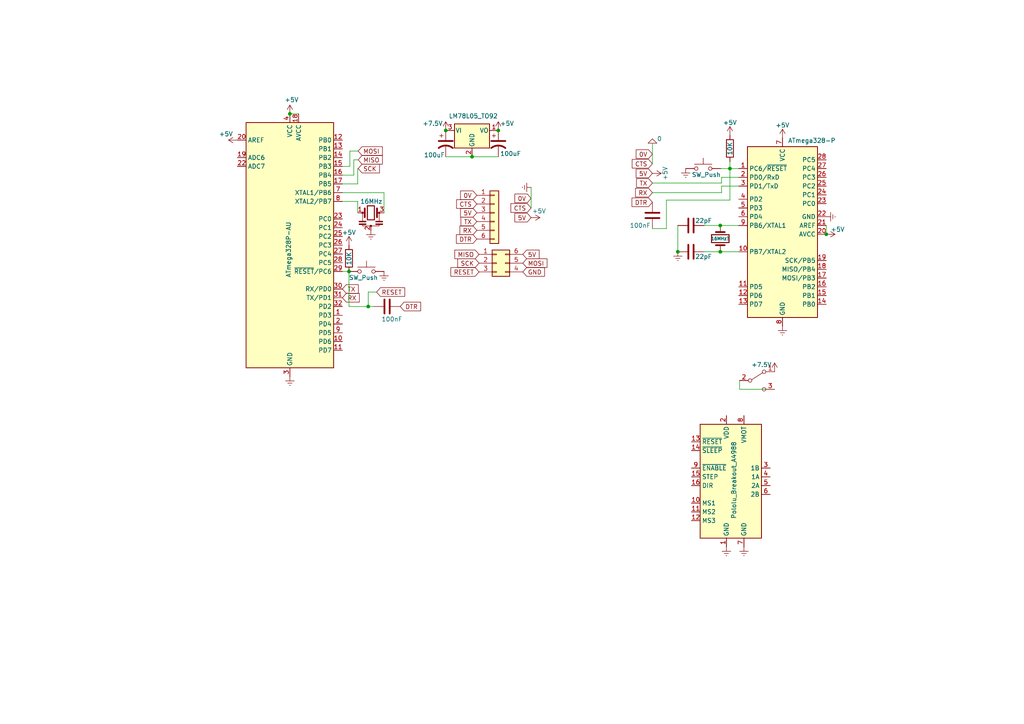
<source format=kicad_sch>
(kicad_sch (version 20211123) (generator eeschema)
  (paper "A4")
  (title_block (title "ATMEGA") (date "2023-02-10") (company "Tonikiller10000"))
  (lib_symbols
    (symbol "Connector_Generic:Conn_02x03_Counter_Clockwise" (pin_names (offset 1.016) hide)
      (property "Reference" "J" (at 1.27 5.08 0))
      (property "Value" "Conn_02x03_Counter_Clockwise" (at 1.27 -5.08 0))
      (symbol "Conn_02x03_Counter_Clockwise_1_1"
        (rectangle (start -1.27 -2.413) (end 0 -2.667) (stroke (width 0.1524)))
        (rectangle (start -1.27 0.127) (end 0 -0.127) (stroke (width 0.1524)))
        (rectangle (start -1.27 2.667) (end 0 2.413) (stroke (width 0.1524)))
        (rectangle (start -1.27 3.81) (end 3.81 -3.81) (stroke (width 0.254)) (fill (type background)))
        (rectangle (start 3.81 -2.413) (end 2.54 -2.667) (stroke (width 0.1524)))
        (rectangle (start 3.81 0.127) (end 2.54 -0.127) (stroke (width 0.1524)))
        (rectangle (start 3.81 2.667) (end 2.54 2.413) (stroke (width 0.1524)))
        (pin passive line (at -5.08 2.54 0) (length 3.81) (name "Pin_1") (number "1"))
        (pin passive line (at -5.08 0 0) (length 3.81) (name "Pin_2") (number "2"))
        (pin passive line (at -5.08 -2.54 0) (length 3.81) (name "Pin_3") (number "3"))
        (pin passive line (at 7.62 -2.54 180) (length 3.81) (name "Pin_4") (number "4"))
        (pin passive line (at 7.62 0 180) (length 3.81) (name "Pin_5") (number "5"))
        (pin passive line (at 7.62 2.54 180) (length 3.81) (name "Pin_6") (number "6"))
      )
    )
    (symbol "Connector_Generic_MountingPin:Conn_01x06_MountingPin" (pin_names (offset 1.016) hide)
      (symbol "Conn_01x06_MountingPin_1_1"
        (rectangle (start -1.27 -7.493) (end 0 -7.747) (stroke (width 0.1524)))
        (rectangle (start -1.27 -4.953) (end 0 -5.207) (stroke (width 0.1524)))
        (rectangle (start -1.27 -2.413) (end 0 -2.667) (stroke (width 0.1524)))
        (rectangle (start -1.27 0.127) (end 0 -0.127) (stroke (width 0.1524)))
        (rectangle (start -1.27 2.667) (end 0 2.413) (stroke (width 0.1524)))
        (rectangle (start -1.27 5.207) (end 0 4.953) (stroke (width 0.1524)))
        (rectangle (start -1.27 6.35) (end 1.27 -8.89) (stroke (width 0.254)) (fill (type background)))
        (pin passive line (at -5.08 5.08 0) (length 3.81) (name "Pin_1") (number "1"))
        (pin passive line (at -5.08 2.54 0) (length 3.81) (name "Pin_2") (number "2"))
        (pin passive line (at -5.08 0 0) (length 3.81) (name "Pin_3") (number "3"))
        (pin passive line (at -5.08 -2.54 0) (length 3.81) (name "Pin_4") (number "4"))
        (pin passive line (at -5.08 -5.08 0) (length 3.81) (name "Pin_5") (number "5"))
        (pin passive line (at -5.08 -7.62 0) (length 3.81) (name "Pin_6") (number "6"))
      )
    )
    (symbol "Device:C" (pin_numbers hide) (pin_names (offset 0.254))
      (property "Reference" "C" (at 0.635 2.54 0))
      (property "Value" "C" (at 0.635 -2.54 0))
      (symbol "C_0_1"
        (polyline (pts (xy -2.032 -0.762) (xy 2.032 -0.762)) (stroke (width 0.508)))
        (polyline (pts (xy -2.032 0.762) (xy 2.032 0.762)) (stroke (width 0.508)))
      )
      (symbol "C_1_1"
        (pin passive line (at 0 3.81 270) (length 2.794) (name "~") (number "1"))
        (pin passive line (at 0 -3.81 90) (length 2.794) (name "~") (number "2"))
      )
    )
    (symbol "Device:C_Polarized_US" (pin_numbers hide) (pin_names (offset 0.254) hide)
      (property "Reference" "C" (at 0.635 2.54 0))
      (property "Value" "C_Polarized_US" (at 0.635 -2.54 0))
      (symbol "C_Polarized_US_0_1"
        (polyline (pts (xy -2.032 0.762) (xy 2.032 0.762)) (stroke (width 0.508)))
        (polyline (pts (xy -1.778 2.286) (xy -0.762 2.286)))
        (polyline (pts (xy -1.27 1.778) (xy -1.27 2.794)))
        (arc (start 2.032 -1.27) (mid 0 -0.5572) (end -2.032 -1.27) (stroke (width 0.508)))
      )
      (symbol "C_Polarized_US_1_1"
        (pin passive line (at 0 3.81 270) (length 2.794) (name "~") (number "1"))
        (pin passive line (at 0 -3.81 90) (length 3.302) (name "~") (number "2"))
      )
    )
    (symbol "Device:Crystal" (pin_numbers hide) (pin_names (offset 1.016) hide)
      (property "Reference" "Y" (at 0 3.81 0))
      (property "Value" "Crystal" (at 0 -3.81 0))
      (symbol "Crystal_0_1"
        (rectangle (start -1.143 2.54) (end 1.143 -2.54) (stroke (width 0.3048)))
        (polyline (pts (xy -2.54 0) (xy -1.905 0)))
        (polyline (pts (xy -1.905 -1.27) (xy -1.905 1.27)) (stroke (width 0.508)))
        (polyline (pts (xy 1.905 -1.27) (xy 1.905 1.27)) (stroke (width 0.508)))
        (polyline (pts (xy 2.54 0) (xy 1.905 0)))
      )
      (symbol "Crystal_1_1"
        (pin passive line (at -3.81 0 0) (length 1.27) (name "1") (number "1"))
        (pin passive line (at 3.81 0 180) (length 1.27) (name "2") (number "2"))
      )
    )
    (symbol "Device:R" (pin_numbers hide) (pin_names (offset 0))
      (property "Reference" "R" (at 2.032 0 90))
      (property "Value" "R" (at 0 0 90))
      (symbol "R_0_1"
        (rectangle (start -1.016 -2.54) (end 1.016 2.54) (stroke (width 0.254)))
      )
      (symbol "R_1_1"
        (pin passive line (at 0 3.81 270) (length 1.27) (name "~") (number "1"))
        (pin passive line (at 0 -3.81 90) (length 1.27) (name "~") (number "2"))
      )
    )
    (symbol "Device:Resonator" (pin_names (offset 1.016) hide)
      (property "Reference" "Y" (at 0 5.715 0))
      (property "Value" "Resonator" (at 0 3.81 0))
      (symbol "Resonator_0_1"
        (rectangle (start -3.429 -3.175) (end -1.397 -3.429) (fill (type outline)))
        (rectangle (start -3.429 -2.413) (end -1.397 -2.667) (fill (type outline)))
        (circle (center -2.413 0) (radius 0.254) (fill (type outline)))
        (rectangle (start -1.016 2.032) (end 1.016 -2.032) (stroke (width 0.3048)))
        (circle (center 0 -3.81) (radius 0.254) (fill (type outline)))
        (polyline (pts (xy -2.413 -2.413) (xy -2.413 0)))
        (polyline (pts (xy -1.905 0) (xy -3.175 0)))
        (polyline (pts (xy -1.778 -1.27) (xy -1.778 1.27)) (stroke (width 0.508)))
        (polyline (pts (xy 1.778 -1.27) (xy 1.778 1.27)) (stroke (width 0.508)))
        (polyline (pts (xy 1.905 0) (xy 2.54 0)))
        (polyline (pts (xy 2.413 0) (xy 2.413 -2.54)))
        (polyline (pts (xy 2.413 -3.302) (xy 2.413 -3.81) (xy -2.413 -3.81) (xy -2.413 -3.302)))
        (rectangle (start 1.397 -3.175) (end 3.429 -3.429) (fill (type outline)))
        (rectangle (start 1.397 -2.413) (end 3.429 -2.667) (fill (type outline)))
        (circle (center 2.413 0) (radius 0.254) (fill (type outline)))
      )
      (symbol "Resonator_1_1"
        (pin passive line (at -3.81 0 0) (length 1.27) (name "1") (number "1"))
        (pin passive line (at 0 -5.08 90) (length 1.27) (name "2") (number "2"))
        (pin passive line (at 3.81 0 180) (length 1.27) (name "3") (number "3"))
      )
    )
    (symbol "Driver_Motor:Pololu_Breakout_A4988"
      (property "Reference" "A" (at -2.54 19.05 0))
      (property "Value" "Pololu_Breakout_A4988" (at -2.54 16.51 0))
      (symbol "Pololu_Breakout_A4988_0_1"
        (rectangle (start 10.16 -17.78) (end -7.62 15.24) (stroke (width 0.254)) (fill (type background)))
      )
      (symbol "Pololu_Breakout_A4988_1_1"
        (pin power_in line (at 0 -20.32 90) (length 2.54) (name "GND") (number "1"))
        (pin input line (at -10.16 -7.62 0) (length 2.54) (name "MS1") (number "10"))
        (pin input line (at -10.16 -10.16 0) (length 2.54) (name "MS2") (number "11"))
        (pin input line (at -10.16 -12.7 0) (length 2.54) (name "MS3") (number "12"))
        (pin input line (at -10.16 10.16 0) (length 2.54) (name "~{RESET}") (number "13"))
        (pin input line (at -10.16 7.62 0) (length 2.54) (name "~{SLEEP}") (number "14"))
        (pin input line (at -10.16 0 0) (length 2.54) (name "STEP") (number "15"))
        (pin input line (at -10.16 -2.54 0) (length 2.54) (name "DIR") (number "16"))
        (pin power_in line (at 0 17.78 270) (length 2.54) (name "VDD") (number "2"))
        (pin output line (at 12.7 2.54 180) (length 2.54) (name "1B") (number "3"))
        (pin output line (at 12.7 0 180) (length 2.54) (name "1A") (number "4"))
        (pin output line (at 12.7 -2.54 180) (length 2.54) (name "2A") (number "5"))
        (pin output line (at 12.7 -5.08 180) (length 2.54) (name "2B") (number "6"))
        (pin power_in line (at 5.08 -20.32 90) (length 2.54) (name "GND") (number "7"))
        (pin power_in line (at 5.08 17.78 270) (length 2.54) (name "VMOT") (number "8"))
        (pin input line (at -10.16 2.54 0) (length 2.54) (name "~{ENABLE}") (number "9"))
      )
    )
    (symbol "MCU_Microchip_ATmega:ATmega328-P"
      (property "Value" "ATmega328-P" (at 5.969 37.338 0))
      (symbol "ATmega328-P_0_1"
        (rectangle (start -12.7 35.56) (end 7.62 -13.97) (stroke (width 0.254)) (fill (type background)))
      )
      (symbol "ATmega328-P_1_1"
        (pin bidirectional line (at -15.24 29.21 0) (length 2.54) (name "PC6/~{RESET}") (number "1"))
        (pin bidirectional line (at -15.24 5.08 0) (length 2.54) (name "PB7/XTAL2") (number "10"))
        (pin bidirectional line (at -15.24 -5.08 0) (length 2.54) (name "PD5") (number "11"))
        (pin bidirectional line (at -15.24 -7.62 0) (length 2.54) (name "PD6") (number "12"))
        (pin bidirectional line (at -15.24 -10.16 0) (length 2.54) (name "PD7") (number "13"))
        (pin bidirectional line (at 10.16 -10.16 180) (length 2.54) (name "PB0") (number "14"))
        (pin bidirectional line (at 10.16 -7.62 180) (length 2.54) (name "PB1") (number "15"))
        (pin bidirectional line (at 10.16 -5.08 180) (length 2.54) (name "PB2") (number "16"))
        (pin bidirectional line (at 10.16 -2.54 180) (length 2.54) (name "MOSI/PB3") (number "17"))
        (pin bidirectional line (at 10.16 0 180) (length 2.54) (name "MISO/PB4") (number "18"))
        (pin bidirectional line (at 10.16 2.54 180) (length 2.54) (name "SCK/PB5") (number "19"))
        (pin bidirectional line (at -15.24 26.67 0) (length 2.54) (name "PD0/RxD") (number "2"))
        (pin power_in line (at 10.16 10.16 180) (length 2.54) (name "AVCC") (number "20"))
        (pin passive line (at 10.16 12.7 180) (length 2.54) (name "AREF") (number "21"))
        (pin passive line (at 10.16 15.24 180) (length 2.54) (name "GND") (number "22"))
        (pin bidirectional line (at 10.16 19.05 180) (length 2.54) (name "PC0") (number "23"))
        (pin bidirectional line (at 10.16 21.59 180) (length 2.54) (name "PC1") (number "24"))
        (pin bidirectional line (at 10.16 24.13 180) (length 2.54) (name "PC2") (number "25"))
        (pin bidirectional line (at 10.16 26.67 180) (length 2.54) (name "PC3") (number "26"))
        (pin bidirectional line (at 10.16 29.21 180) (length 2.54) (name "PC4") (number "27"))
        (pin bidirectional line (at 10.16 31.75 180) (length 2.54) (name "PC5") (number "28"))
        (pin bidirectional line (at -15.24 24.13 0) (length 2.54) (name "PD1/TxD") (number "3"))
        (pin bidirectional line (at -15.24 20.32 0) (length 2.54) (name "PD2") (number "4"))
        (pin bidirectional line (at -15.24 17.78 0) (length 2.54) (name "PD3") (number "5"))
        (pin bidirectional line (at -15.24 15.24 0) (length 2.54) (name "PD4") (number "6"))
        (pin power_in line (at -2.54 38.1 270) (length 2.54) (name "VCC") (number "7"))
        (pin power_in line (at -2.54 -16.51 90) (length 2.54) (name "GND") (number "8"))
        (pin bidirectional line (at -15.24 12.7 0) (length 2.54) (name "PB6/XTAL1") (number "9"))
      )
    )
    (symbol "MCU_Microchip_ATmega:ATmega328P-A"
      (property "Value" "ATmega328P-AU " (at -0.381 -9.398 90))
      (symbol "ATmega328P-A_0_1"
        (rectangle (start -12.7 -35.56) (end 12.7 35.56) (stroke (width 0.254)) (fill (type background)))
      )
      (symbol "ATmega328P-A_1_1"
        (pin bidirectional line (at 15.24 -20.32 180) (length 2.54) (name "PD3") (number "1"))
        (pin bidirectional line (at 15.24 -27.94 180) (length 2.54) (name "PD6") (number "10"))
        (pin bidirectional line (at 15.24 -30.48 180) (length 2.54) (name "PD7") (number "11"))
        (pin bidirectional line (at 15.24 30.48 180) (length 2.54) (name "PB0") (number "12"))
        (pin bidirectional line (at 15.24 27.94 180) (length 2.54) (name "PB1") (number "13"))
        (pin bidirectional line (at 15.24 25.4 180) (length 2.54) (name "PB2") (number "14"))
        (pin bidirectional line (at 15.24 22.86 180) (length 2.54) (name "PB3") (number "15"))
        (pin bidirectional line (at 15.24 20.32 180) (length 2.54) (name "PB4") (number "16"))
        (pin bidirectional line (at 15.24 17.78 180) (length 2.54) (name "PB5") (number "17"))
        (pin power_in line (at 2.54 38.1 270) (length 2.54) (name "AVCC") (number "18"))
        (pin input line (at -15.24 25.4 0) (length 2.54) (name "ADC6") (number "19"))
        (pin bidirectional line (at 15.24 -22.86 180) (length 2.54) (name "PD4") (number "2"))
        (pin passive line (at -15.24 30.48 0) (length 2.54) (name "AREF") (number "20"))
        (pin passive line (at 0 -38.1 90) (length 2.54) hide (name "GND") (number "21"))
        (pin input line (at -15.24 22.86 0) (length 2.54) (name "ADC7") (number "22"))
        (pin bidirectional line (at 15.24 7.62 180) (length 2.54) (name "PC0") (number "23"))
        (pin bidirectional line (at 15.24 5.08 180) (length 2.54) (name "PC1") (number "24"))
        (pin bidirectional line (at 15.24 2.54 180) (length 2.54) (name "PC2") (number "25"))
        (pin bidirectional line (at 15.24 0 180) (length 2.54) (name "PC3") (number "26"))
        (pin bidirectional line (at 15.24 -2.54 180) (length 2.54) (name "PC4") (number "27"))
        (pin bidirectional line (at 15.24 -5.08 180) (length 2.54) (name "PC5") (number "28"))
        (pin bidirectional line (at 15.24 -7.62 180) (length 2.54) (name "~{RESET}/PC6") (number "29"))
        (pin power_in line (at 0 -38.1 90) (length 2.54) (name "GND") (number "3"))
        (pin bidirectional line (at 15.24 -12.7 180) (length 2.54) (name "RX/PD0") (number "30"))
        (pin bidirectional line (at 15.24 -15.24 180) (length 2.54) (name "TX/PD1") (number "31"))
        (pin bidirectional line (at 15.24 -17.78 180) (length 2.54) (name "PD2") (number "32"))
        (pin power_in line (at 0 38.1 270) (length 2.54) (name "VCC") (number "4"))
        (pin passive line (at 0 -38.1 90) (length 2.54) hide (name "GND") (number "5"))
        (pin passive line (at 0 38.1 270) (length 2.54) hide (name "VCC") (number "6"))
        (pin bidirectional line (at 15.24 15.24 180) (length 2.54) (name "XTAL1/PB6") (number "7"))
        (pin bidirectional line (at 15.24 12.7 180) (length 2.54) (name "XTAL2/PB7") (number "8"))
        (pin bidirectional line (at 15.24 -25.4 180) (length 2.54) (name "PD5") (number "9"))
      )
    )
    (symbol "Regulator_Linear:LM78L05_TO92" (pin_names (offset 0.254))
      (property "Reference" "U" (at -3.81 3.175 0))
      (property "Value" "LM78L05_TO92" (at 0 3.175 0))
      (symbol "LM78L05_TO92_0_1"
        (rectangle (start -5.08 -5.08) (end 5.08 1.905) (stroke (width 0.254)) (fill (type background)))
      )
      (symbol "LM78L05_TO92_1_1"
        (pin power_out line (at 7.62 0 180) (length 2.54) (name "VO") (number "1"))
        (pin power_in line (at 0 -7.62 90) (length 2.54) (name "GND") (number "2"))
        (pin power_in line (at -7.62 0 0) (length 2.54) (name "VI") (number "3"))
      )
    )
    (symbol "Switch:SW_DPDT_x2" (pin_names (offset 0) hide)
      (property "Reference" "SW" (at 0 4.318 0))
      (property "Value" "SW_DPDT_x2" (at 0 -5.08 0))
      (symbol "SW_DPDT_x2_0_0"
        (circle (center -2.032 0) (radius 0.508))
        (circle (center 2.032 -2.54) (radius 0.508))
      )
      (symbol "SW_DPDT_x2_0_1"
        (polyline (pts (xy -1.524 0.254) (xy 1.651 2.286)))
        (circle (center 2.032 2.54) (radius 0.508))
      )
      (symbol "SW_DPDT_x2_1_1"
        (pin passive line (at 5.08 2.54 180) (length 2.54) (name "A") (number "1"))
        (pin passive line (at -5.08 0 0) (length 2.54) (name "B") (number "2"))
        (pin passive line (at 5.08 -2.54 180) (length 2.54) (name "C") (number "3"))
      )
      (symbol "SW_DPDT_x2_2_1"
        (pin passive line (at 5.08 2.54 180) (length 2.54) (name "A") (number "4"))
        (pin passive line (at -5.08 0 0) (length 2.54) (name "B") (number "5"))
        (pin passive line (at 5.08 -2.54 180) (length 2.54) (name "C") (number "6"))
      )
    )
    (symbol "Switch:SW_Push" (pin_numbers hide) (pin_names (offset 1.016) hide)
      (property "Reference" "SW" (at 1.27 2.54 0))
      (property "Value" "SW_Push" (at 0 -1.524 0))
      (symbol "SW_Push_0_1"
        (circle (center -2.032 0) (radius 0.508))
        (polyline (pts (xy 0 1.27) (xy 0 3.048)))
        (polyline (pts (xy 2.54 1.27) (xy -2.54 1.27)))
        (circle (center 2.032 0) (radius 0.508))
        (pin passive line (at -5.08 0 0) (length 2.54) (name "1") (number "1"))
        (pin passive line (at 5.08 0 180) (length 2.54) (name "2") (number "2"))
      )
    )
    (symbol "power:+5V" (power) (pin_names (offset 0))
      (property "Value" "+5V" (at 0 3.556 0))
      (symbol "+5V_0_1"
        (polyline (pts (xy -0.762 1.27) (xy 0 2.54)))
        (polyline (pts (xy 0 0) (xy 0 2.54)))
        (polyline (pts (xy 0 2.54) (xy 0.762 1.27)))
      )
      (symbol "+5V_1_1"
        (pin power_in line (at 0 0 90) (length 0) hide (name "+5V") (number "1"))
      )
    )
    (symbol "power:+7.5V" (power) (pin_names (offset 0))
      (property "Value" "+7.5V" (at 0 3.556 0))
      (symbol "+7.5V_0_1"
        (polyline (pts (xy -0.762 1.27) (xy 0 2.54)))
        (polyline (pts (xy 0 0) (xy 0 2.54)))
        (polyline (pts (xy 0 2.54) (xy 0.762 1.27)))
      )
      (symbol "+7.5V_1_1"
        (pin power_in line (at 0 0 90) (length 0) hide (name "+7.5V") (number "1"))
      )
    )
    (symbol "power:Earth" (power) (pin_names (offset 0))
      (symbol "Earth_0_1"
        (polyline (pts (xy -0.635 -1.905) (xy 0.635 -1.905)))
        (polyline (pts (xy -0.127 -2.54) (xy 0.127 -2.54)))
        (polyline (pts (xy 0 -1.27) (xy 0 0)))
        (polyline (pts (xy 1.27 -1.27) (xy -1.27 -1.27)))
      )
      (symbol "Earth_1_1"
        (pin power_in line (at 0 0 270) (length 0) hide (name "Earth") (number "1"))
      )
    )
    (symbol "power:GNDREF" (power) (pin_names (offset 0))
      (property "Value" "GNDREF" (at 0 -3.81 0))
      (symbol "GNDREF_0_1"
        (polyline (pts (xy -0.635 -1.905) (xy 0.635 -1.905)))
        (polyline (pts (xy -0.127 -2.54) (xy 0.127 -2.54)))
        (polyline (pts (xy 0 -1.27) (xy 0 0)))
        (polyline (pts (xy 1.27 -1.27) (xy -1.27 -1.27)))
      )
      (symbol "GNDREF_1_1"
        (pin power_in line (at 0 0 270) (length 0) hide (name "GNDREF") (number "1"))
      )
    )
    (symbol "pspice:0" (power) (pin_names (offset 0))
      (property "Value" "0" (at 0 -1.778 0))
      (symbol "0_0_1"
        (polyline (pts (xy -1.27 0) (xy 0 -1.27) (xy 1.27 0) (xy -1.27 0)))
      )
      (symbol "0_1_1"
        (pin power_in line (at 0 0 0) (length 0) hide (name "0") (number "1"))
      )
    )
  )
  (junction (at 196.596 73.025))
  (junction (at 129.286 37.846))
  (junction (at 136.906 45.466))
  (junction (at 208.915 65.405))
  (junction (at 208.915 73.025))
  (junction (at 239.649 67.945))
  (junction (at 211.709 48.895))
  (junction (at 144.526 37.846))
  (junction (at 84.074 33.02))
  (junction (at 106.807 88.9))
  (junction (at 101.219 78.74))
  (wire (pts (xy 103.759 53.34) (xy 99.314 53.34)))
  (wire (pts (xy 204.216 73.025) (xy 208.915 73.025)))
  (wire (pts (xy 99.314 58.42) (xy 103.759 58.42)))
  (wire (pts (xy 239.649 65.405) (xy 239.649 67.945)))
  (wire (pts (xy 111.379 55.88) (xy 99.314 55.88)))
  (wire (pts (xy 196.596 65.405) (xy 196.596 73.025)))
  (wire (pts (xy 193.294 58.039) (xy 211.709 58.039)))
  (wire (pts (xy 189.23 41.529) (xy 189.23 47.498)))
  (wire (pts (xy 103.759 48.895) (xy 103.759 53.34)))
  (wire (pts (xy 101.473 48.26) (xy 99.314 48.26)))
  (wire (pts (xy 214.249 53.975) (xy 209.296 53.975)))
  (wire (pts (xy 106.807 88.9) (xy 101.219 88.9)))
  (wire (pts (xy 129.286 45.466) (xy 136.906 45.466)))
  (wire (pts (xy 103.886 43.815) (xy 101.473 43.815)))
  (wire (pts (xy 111.379 61.722) (xy 111.379 55.88)))
  (wire (pts (xy 204.216 65.405) (xy 208.915 65.405)))
  (wire (pts (xy 209.296 51.435) (xy 214.249 51.435)))
  (wire (pts (xy 211.709 58.039) (xy 211.709 48.895)))
  (wire (pts (xy 102.616 50.8) (xy 102.616 46.355)))
  (wire (pts (xy 99.314 78.74) (xy 101.219 78.74)))
  (wire (pts (xy 211.709 48.895) (xy 214.249 48.895)))
  (wire (pts (xy 102.616 46.355) (xy 103.886 46.355)))
  (wire (pts (xy 106.807 84.709) (xy 106.807 88.9)))
  (wire (pts (xy 214.503 112.903) (xy 214.503 110.363)))
  (wire (pts (xy 99.314 50.8) (xy 102.616 50.8)))
  (wire (pts (xy 209.296 53.086) (xy 209.296 51.435)))
  (wire (pts (xy 208.915 73.025) (xy 214.249 73.025)))
  (wire (pts (xy 189.23 66.294) (xy 193.294 66.294)))
  (wire (pts (xy 103.759 58.42) (xy 103.759 61.722)))
  (wire (pts (xy 136.906 45.466) (xy 144.526 45.466)))
  (wire (pts (xy 154.051 54.356) (xy 154.051 60.325)))
  (wire (pts (xy 209.296 55.88) (xy 189.23 55.88)))
  (wire (pts (xy 189.23 53.086) (xy 209.296 53.086)))
  (wire (pts (xy 101.473 43.815) (xy 101.473 48.26)))
  (wire (pts (xy 211.709 46.863) (xy 211.709 48.895)))
  (wire (pts (xy 108.458 88.9) (xy 106.807 88.9)))
  (wire (pts (xy 101.219 88.9) (xy 101.219 78.74)))
  (wire (pts (xy 208.915 65.405) (xy 214.249 65.405)))
  (wire (pts (xy 103.886 48.895) (xy 103.759 48.895)))
  (wire (pts (xy 84.074 33.02) (xy 86.614 33.02)))
  (wire (pts (xy 224.663 112.903) (xy 214.503 112.903)))
  (wire (pts (xy 109.22 84.709) (xy 106.807 84.709)))
  (wire (pts (xy 209.042 48.895) (xy 211.709 48.895)))
  (wire (pts (xy 209.296 53.975) (xy 209.296 55.88)))
  (wire (pts (xy 193.294 66.294) (xy 193.294 58.039)))
  (global_label "DTR" (shape input) (at 116.078 88.9 0) (property "Intersheet References" "${INTERSHEET_REFS}" (effects hide)))
  (global_label "5V" (shape input) (at 138.303 61.722 180) (property "Intersheet References" "${INTERSHEET_REFS}" (effects hide)))
  (global_label "RX" (shape input) (at 138.303 66.802 180) (property "Intersheet References" "${INTERSHEET_REFS}" (effects hide)))
  (global_label "SCK" (shape input) (at 103.886 48.895 0) (property "Intersheet References" "${INTERSHEET_REFS}" (effects hide)))
  (global_label "GND" (shape input) (at 151.638 78.867 0) (property "Intersheet References" "${INTERSHEET_REFS}" (effects hide)))
  (global_label "MISO" (shape input) (at 103.886 46.355 0) (property "Intersheet References" "${INTERSHEET_REFS}" (effects hide)))
  (global_label "RESET" (shape input) (at 138.938 78.867 180) (property "Intersheet References" "${INTERSHEET_REFS}" (effects hide)))
  (global_label "0V" (shape input) (at 189.23 44.704 180) (property "Intersheet References" "${INTERSHEET_REFS}" (effects hide)))
  (global_label "CTS" (shape input) (at 189.23 47.498 180) (property "Intersheet References" "${INTERSHEET_REFS}" (effects hide)))
  (global_label "TX" (shape input) (at 138.303 64.262 180) (property "Intersheet References" "${INTERSHEET_REFS}" (effects hide)))
  (global_label "TX" (shape input) (at 189.23 53.086 180) (property "Intersheet References" "${INTERSHEET_REFS}" (effects hide)))
  (global_label "MOSI" (shape input) (at 103.886 43.815 0) (property "Intersheet References" "${INTERSHEET_REFS}" (effects hide)))
  (global_label "5V" (shape input) (at 154.051 63.119 180) (property "Intersheet References" "${INTERSHEET_REFS}" (effects hide)))
  (global_label "CTS" (shape input) (at 138.303 59.182 180) (property "Intersheet References" "${INTERSHEET_REFS}" (effects hide)))
  (global_label "5V" (shape input) (at 189.23 50.292 180) (property "Intersheet References" "${INTERSHEET_REFS}" (effects hide)))
  (global_label "0V" (shape input) (at 154.051 57.531 180) (property "Intersheet References" "${INTERSHEET_REFS}" (effects hide)))
  (global_label "TX" (shape input) (at 99.314 83.82 0) (property "Intersheet References" "${INTERSHEET_REFS}" (effects hide)))
  (global_label "5V" (shape input) (at 151.638 73.787 0) (property "Intersheet References" "${INTERSHEET_REFS}" (effects hide)))
  (global_label "RX" (shape input) (at 189.23 55.88 180) (property "Intersheet References" "${INTERSHEET_REFS}" (effects hide)))
  (global_label "0V" (shape input) (at 138.303 56.642 180) (property "Intersheet References" "${INTERSHEET_REFS}" (effects hide)))
  (global_label "SCK" (shape input) (at 138.938 76.327 180) (property "Intersheet References" "${INTERSHEET_REFS}" (effects hide)))
  (global_label "DTR" (shape input) (at 138.303 69.342 180) (property "Intersheet References" "${INTERSHEET_REFS}" (effects hide)))
  (global_label "MOSI" (shape input) (at 151.638 76.327 0) (property "Intersheet References" "${INTERSHEET_REFS}" (effects hide)))
  (global_label "MISO" (shape input) (at 138.938 73.787 180) (property "Intersheet References" "${INTERSHEET_REFS}" (effects hide)))
  (global_label "DTR" (shape input) (at 189.23 58.674 180) (property "Intersheet References" "${INTERSHEET_REFS}" (effects hide)))
  (global_label "RX" (shape input) (at 99.314 86.36 0) (property "Intersheet References" "${INTERSHEET_REFS}" (effects hide)))
  (global_label "CTS" (shape input) (at 154.051 60.325 180) (property "Intersheet References" "${INTERSHEET_REFS}" (effects hide)))
  (global_label "RESET" (shape input) (at 109.22 84.709 0) (property "Intersheet References" "${INTERSHEET_REFS}" (effects hide)))
  (symbol (lib_id "Device:Crystal") (at 208.915 69.215 90) (unit 1)
    (property "Reference" "16MHz?" (at 208.915 69.215 90) (effects (font (size 0.9 0.9))))
    (property "Value" "Crystal" (effects hide))
  )
  (symbol (lib_id "power:+7.5V") (at 224.663 107.823 0) (unit 1)
    (property "Reference" "#PWR?" (effects hide))
    (property "Value" "+7.5V" (at 220.853 105.791 0))
  )
  (symbol (lib_id "power:GNDREF") (at 215.773 158.623 0) (unit 1)
    (property "Reference" "#PWR?" (effects hide))
    (property "Value" "GNDREF" (effects hide))
  )
  (symbol (lib_id "Device:C_Polarized_US") (at 129.286 41.656 0) (unit 1)
    (property "Reference" "C?" (effects hide))
    (property "Value" "100uF" (at 125.984 44.958 0))
  )
  (symbol (lib_id "Switch:SW_Push") (at 203.962 48.895 0) (unit 1)
    (property "Reference" "SW?" (effects hide))
    (property "Value" "SW_Push" (at 204.851 50.673 0))
  )
  (symbol (lib_id "power:+5V") (at 211.709 39.243 0) (mirror y) (unit 1)
    (property "Reference" "#PWR?" (effects hide))
    (property "Value" "+5V" (at 211.709 35.56 0))
  )
  (symbol (lib_id "power:+5V") (at 68.834 40.64 90) (unit 1)
    (property "Reference" "#PWR?" (effects hide))
    (property "Value" "+5V" (at 65.532 38.862 90))
  )
  (symbol (lib_id "Device:Resonator") (at 107.569 61.722 0) (unit 1)
    (property "Reference" "Y?" (effects hide))
    (property "Value" "16MHz" (at 107.696 58.42 0))
  )
  (symbol (lib_id "power:Earth") (at 198.882 48.895 0) (unit 1)
    (property "Reference" "#PWR?" (effects hide))
    (property "Value" "Earth" (effects hide))
  )
  (symbol (lib_id "power:+5V") (at 144.526 37.846 0) (mirror y) (unit 1)
    (property "Reference" "#PWR?" (effects hide))
    (property "Value" "+5V" (at 147.066 35.814 0))
  )
  (symbol (lib_id "power:+5V") (at 101.219 71.12 0) (mirror y) (unit 1)
    (property "Reference" "#PWR?" (effects hide))
    (property "Value" "+5V" (at 101.219 67.437 0))
  )
  (symbol (lib_id "Regulator_Linear:LM78L05_TO92") (at 136.906 37.846 0) (unit 1)
    (property "Reference" "U?" (effects hide))
    (property "Value" "LM78L05_TO92" (at 137.287 33.655 0))
    (property "Footprint" "Package_TO_SOT_THT:TO-92_Inline" (effects hide))
    (property "Datasheet" "https://www.onsemi.com/pub/Collateral/MC78L06A-D.pdf" (effects hide))
  )
  (symbol (lib_id "MCU_Microchip_ATmega:ATmega328P-A") (at 84.074 71.12 0) (unit 1)
    (property "Reference" "U?" (effects hide))
    (property "Value" "ATmega328P-AU " (at 83.693 80.518 90) (effects (justify left)))
    (property "Footprint" "Package_QFP:TQFP-32_7x7mm_P0.8mm" (effects hide))
    (property "Datasheet" "http://ww1.microchip.com/downloads/en/DeviceDoc/ATmega328_P%20AVR%20MCU%20with%20picoPower%20Technology%20Data%20Sheet%2040001984A.pdf" (effects hide))
  )
  (symbol (lib_id "Connector_Generic:Conn_02x03_Counter_Clockwise") (at 144.018 76.327 0) (unit 1)
    (property "Reference" "J?" (effects hide))
    (property "Value" "Conn_02x03_Counter_Clockwise" (effects hide))
  )
  (symbol (lib_id "power:+5V") (at 226.949 40.005 0) (mirror y) (unit 1)
    (property "Reference" "#PWR?" (effects hide))
    (property "Value" "+5V" (at 226.949 36.322 0))
  )
  (symbol (lib_id "Driver_Motor:Pololu_Breakout_A4988") (at 210.693 138.303 0) (unit 1)
    (property "Reference" "A?" (effects hide))
    (property "Value" "Pololu_Breakout_A4988" (at 212.852 150.495 90) (effects (justify left)))
    (property "Footprint" "Module:Pololu_Breakout-16_15.2x20.3mm" (effects hide))
    (property "Datasheet" "https://www.pololu.com/product/2980/pictures" (effects hide))
  )
  (symbol (lib_id "Device:C") (at 189.23 62.484 180) (unit 1)
    (property "Reference" "C?" (effects hide))
    (property "Value" "100nF" (at 188.722 65.405 0) (effects (justify left)))
  )
  (symbol (lib_id "power:Earth") (at 111.379 78.74 0) (mirror y) (unit 1)
    (property "Reference" "#PWR?" (effects hide))
    (property "Value" "Earth" (effects hide))
  )
  (symbol (lib_id "power:GNDREF") (at 210.693 158.623 0) (unit 1)
    (property "Reference" "#PWR?" (effects hide))
    (property "Value" "GNDREF" (effects hide))
  )
  (symbol (lib_id "Device:C_Polarized_US") (at 144.526 41.656 0) (unit 1)
    (property "Reference" "C?" (effects hide))
    (property "Value" "100uF" (at 148.082 44.577 0))
  )
  (symbol (lib_id "power:Earth") (at 196.596 73.025 0) (mirror y) (unit 1)
    (property "Reference" "#PWR?" (effects hide))
    (property "Value" "Earth" (effects hide))
  )
  (symbol (lib_id "power:Earth") (at 226.949 94.615 0) (unit 1)
    (property "Reference" "#PWR?" (effects hide))
    (property "Value" "Earth" (effects hide))
  )
  (symbol (lib_id "Device:R") (at 211.709 43.053 180) (unit 1)
    (property "Reference" "R?" (effects hide))
    (property "Value" "10K" (at 211.709 41.148 90) (effects (justify left)))
  )
  (symbol (lib_id "power:+7.5V") (at 129.286 37.846 0) (unit 1)
    (property "Reference" "#PWR?" (effects hide))
    (property "Value" "+7.5V" (at 125.476 35.814 0))
  )
  (symbol (lib_id "power:Earth") (at 239.649 62.865 90) (unit 1)
    (property "Reference" "#PWR?" (effects hide))
    (property "Value" "Earth" (effects hide))
  )
  (symbol (lib_id "power:+5V") (at 239.649 67.945 270) (unit 1)
    (property "Reference" "#PWR?" (effects hide))
    (property "Value" "+5V" (at 242.951 66.548 90))
  )
  (symbol (lib_id "power:+5V") (at 189.23 50.292 270) (unit 1)
    (property "Reference" "#PWR?" (effects hide))
    (property "Value" "+5V" (at 192.913 50.292 0))
  )
  (symbol (lib_id "Switch:SW_Push") (at 106.299 78.74 0) (mirror y) (unit 1)
    (property "Reference" "SW?" (effects hide))
    (property "Value" "SW_Push" (at 105.41 80.518 0))
  )
  (symbol (lib_id "power:GNDREF") (at 107.569 66.802 0) (unit 1)
    (property "Reference" "#PWR?" (effects hide))
    (property "Value" "GNDREF" (effects hide))
  )
  (symbol (lib_id "Device:C") (at 200.406 73.025 90) (unit 1)
    (property "Reference" "C?" (effects hide))
    (property "Value" "22pF" (at 206.502 74.422 90) (effects (justify left)))
  )
  (symbol (lib_id "Device:C") (at 112.268 88.9 270) (mirror x) (unit 1)
    (property "Reference" "C?" (effects hide))
    (property "Value" "100nF" (at 110.617 92.583 90) (effects (justify left)))
  )
  (symbol (lib_id "MCU_Microchip_ATmega:ATmega328-P") (at 229.489 78.105 0) (unit 1)
    (property "Reference" "U?" (effects hide))
    (property "Value" "ATmega328-P" (at 235.458 40.767 0))
    (property "Footprint" "Package_DIP:DIP-28_W7.62mm" (effects hide))
    (property "Datasheet" "http://ww1.microchip.com/downloads/en/DeviceDoc/ATmega328_P%20AVR%20MCU%20with%20picoPower%20Technology%20Data%20Sheet%2040001984A.pdf" (effects hide))
  )
  (symbol (lib_id "Connector_Generic_MountingPin:Conn_01x06_MountingPin") (at 143.383 61.722 0) (unit 1)
    (property "Reference" "J?" (effects hide))
    (property "Value" "Conn_01x06_MountingPin" (effects hide))
  )
  (symbol (lib_id "power:+5V") (at 154.051 63.119 270) (unit 1)
    (property "Reference" "#PWR?" (effects hide))
    (property "Value" "+5V" (at 156.337 61.214 90))
  )
  (symbol (lib_id "Switch:SW_DPDT_x2") (at 219.583 110.363 0) (unit 1)
    (property "Reference" "SW?" (effects hide))
    (property "Value" "SW_DPDT_x2" (effects hide))
  )
  (symbol (lib_id "Device:C") (at 200.406 65.405 90) (unit 1)
    (property "Reference" "C?" (effects hide))
    (property "Value" "22pF" (at 206.502 64.008 90) (effects (justify left)))
  )
  (symbol (lib_id "power:GNDREF") (at 154.051 54.356 270) (unit 1)
    (property "Reference" "#PWR?" (effects hide))
    (property "Value" "GNDREF" (effects hide))
  )
  (symbol (lib_id "power:Earth") (at 84.074 109.22 0) (unit 1)
    (property "Reference" "#PWR?" (effects hide))
    (property "Value" "Earth" (effects hide))
  )
  (symbol (lib_id "pspice:0") (at 189.23 41.529 180) (unit 1)
    (property "Reference" "#GND?" (effects hide))
    (property "Value" "0" (at 191.262 40.259 0))
  )
  (symbol (lib_id "power:+5V") (at 84.074 33.02 0) (unit 1)
    (property "Reference" "#PWR?" (effects hide))
    (property "Value" "+5V" (at 84.582 28.956 0))
  )
  (symbol (lib_id "Device:R") (at 101.219 74.93 180) (unit 1)
    (property "Reference" "R?" (effects hide))
    (property "Value" "10K" (at 101.219 73.025 90) (effects (justify left)))
  )
)
</source>
